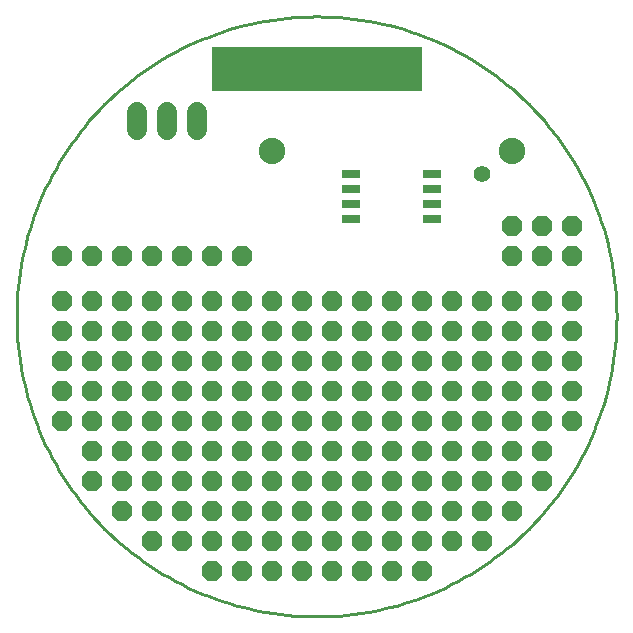
<source format=gbs>
G75*
%MOIN*%
%OFA0B0*%
%FSLAX25Y25*%
%IPPOS*%
%LPD*%
%AMOC8*
5,1,8,0,0,1.08239X$1,22.5*
%
%ADD10C,0.01000*%
%ADD11R,0.70000X0.15000*%
%ADD12C,0.08800*%
%ADD13R,0.06312X0.02769*%
%ADD14OC8,0.06800*%
%ADD15C,0.06800*%
%ADD16OC8,0.06706*%
%ADD17C,0.05550*%
D10*
X0001500Y0101500D02*
X0001530Y0103954D01*
X0001620Y0106407D01*
X0001771Y0108856D01*
X0001982Y0111302D01*
X0002252Y0113741D01*
X0002582Y0116173D01*
X0002972Y0118596D01*
X0003421Y0121009D01*
X0003930Y0123410D01*
X0004497Y0125798D01*
X0005122Y0128171D01*
X0005806Y0130528D01*
X0006547Y0132868D01*
X0007346Y0135189D01*
X0008201Y0137490D01*
X0009112Y0139768D01*
X0010079Y0142024D01*
X0011101Y0144256D01*
X0012178Y0146461D01*
X0013308Y0148640D01*
X0014491Y0150790D01*
X0015727Y0152910D01*
X0017015Y0155000D01*
X0018353Y0157057D01*
X0019742Y0159081D01*
X0021179Y0161070D01*
X0022665Y0163023D01*
X0024199Y0164939D01*
X0025779Y0166817D01*
X0027405Y0168656D01*
X0029075Y0170454D01*
X0030789Y0172211D01*
X0032546Y0173925D01*
X0034344Y0175595D01*
X0036183Y0177221D01*
X0038061Y0178801D01*
X0039977Y0180335D01*
X0041930Y0181821D01*
X0043919Y0183258D01*
X0045943Y0184647D01*
X0048000Y0185985D01*
X0050090Y0187273D01*
X0052210Y0188509D01*
X0054360Y0189692D01*
X0056539Y0190822D01*
X0058744Y0191899D01*
X0060976Y0192921D01*
X0063232Y0193888D01*
X0065510Y0194799D01*
X0067811Y0195654D01*
X0070132Y0196453D01*
X0072472Y0197194D01*
X0074829Y0197878D01*
X0077202Y0198503D01*
X0079590Y0199070D01*
X0081991Y0199579D01*
X0084404Y0200028D01*
X0086827Y0200418D01*
X0089259Y0200748D01*
X0091698Y0201018D01*
X0094144Y0201229D01*
X0096593Y0201380D01*
X0099046Y0201470D01*
X0101500Y0201500D01*
X0103954Y0201470D01*
X0106407Y0201380D01*
X0108856Y0201229D01*
X0111302Y0201018D01*
X0113741Y0200748D01*
X0116173Y0200418D01*
X0118596Y0200028D01*
X0121009Y0199579D01*
X0123410Y0199070D01*
X0125798Y0198503D01*
X0128171Y0197878D01*
X0130528Y0197194D01*
X0132868Y0196453D01*
X0135189Y0195654D01*
X0137490Y0194799D01*
X0139768Y0193888D01*
X0142024Y0192921D01*
X0144256Y0191899D01*
X0146461Y0190822D01*
X0148640Y0189692D01*
X0150790Y0188509D01*
X0152910Y0187273D01*
X0155000Y0185985D01*
X0157057Y0184647D01*
X0159081Y0183258D01*
X0161070Y0181821D01*
X0163023Y0180335D01*
X0164939Y0178801D01*
X0166817Y0177221D01*
X0168656Y0175595D01*
X0170454Y0173925D01*
X0172211Y0172211D01*
X0173925Y0170454D01*
X0175595Y0168656D01*
X0177221Y0166817D01*
X0178801Y0164939D01*
X0180335Y0163023D01*
X0181821Y0161070D01*
X0183258Y0159081D01*
X0184647Y0157057D01*
X0185985Y0155000D01*
X0187273Y0152910D01*
X0188509Y0150790D01*
X0189692Y0148640D01*
X0190822Y0146461D01*
X0191899Y0144256D01*
X0192921Y0142024D01*
X0193888Y0139768D01*
X0194799Y0137490D01*
X0195654Y0135189D01*
X0196453Y0132868D01*
X0197194Y0130528D01*
X0197878Y0128171D01*
X0198503Y0125798D01*
X0199070Y0123410D01*
X0199579Y0121009D01*
X0200028Y0118596D01*
X0200418Y0116173D01*
X0200748Y0113741D01*
X0201018Y0111302D01*
X0201229Y0108856D01*
X0201380Y0106407D01*
X0201470Y0103954D01*
X0201500Y0101500D01*
X0201470Y0099046D01*
X0201380Y0096593D01*
X0201229Y0094144D01*
X0201018Y0091698D01*
X0200748Y0089259D01*
X0200418Y0086827D01*
X0200028Y0084404D01*
X0199579Y0081991D01*
X0199070Y0079590D01*
X0198503Y0077202D01*
X0197878Y0074829D01*
X0197194Y0072472D01*
X0196453Y0070132D01*
X0195654Y0067811D01*
X0194799Y0065510D01*
X0193888Y0063232D01*
X0192921Y0060976D01*
X0191899Y0058744D01*
X0190822Y0056539D01*
X0189692Y0054360D01*
X0188509Y0052210D01*
X0187273Y0050090D01*
X0185985Y0048000D01*
X0184647Y0045943D01*
X0183258Y0043919D01*
X0181821Y0041930D01*
X0180335Y0039977D01*
X0178801Y0038061D01*
X0177221Y0036183D01*
X0175595Y0034344D01*
X0173925Y0032546D01*
X0172211Y0030789D01*
X0170454Y0029075D01*
X0168656Y0027405D01*
X0166817Y0025779D01*
X0164939Y0024199D01*
X0163023Y0022665D01*
X0161070Y0021179D01*
X0159081Y0019742D01*
X0157057Y0018353D01*
X0155000Y0017015D01*
X0152910Y0015727D01*
X0150790Y0014491D01*
X0148640Y0013308D01*
X0146461Y0012178D01*
X0144256Y0011101D01*
X0142024Y0010079D01*
X0139768Y0009112D01*
X0137490Y0008201D01*
X0135189Y0007346D01*
X0132868Y0006547D01*
X0130528Y0005806D01*
X0128171Y0005122D01*
X0125798Y0004497D01*
X0123410Y0003930D01*
X0121009Y0003421D01*
X0118596Y0002972D01*
X0116173Y0002582D01*
X0113741Y0002252D01*
X0111302Y0001982D01*
X0108856Y0001771D01*
X0106407Y0001620D01*
X0103954Y0001530D01*
X0101500Y0001500D01*
X0099046Y0001530D01*
X0096593Y0001620D01*
X0094144Y0001771D01*
X0091698Y0001982D01*
X0089259Y0002252D01*
X0086827Y0002582D01*
X0084404Y0002972D01*
X0081991Y0003421D01*
X0079590Y0003930D01*
X0077202Y0004497D01*
X0074829Y0005122D01*
X0072472Y0005806D01*
X0070132Y0006547D01*
X0067811Y0007346D01*
X0065510Y0008201D01*
X0063232Y0009112D01*
X0060976Y0010079D01*
X0058744Y0011101D01*
X0056539Y0012178D01*
X0054360Y0013308D01*
X0052210Y0014491D01*
X0050090Y0015727D01*
X0048000Y0017015D01*
X0045943Y0018353D01*
X0043919Y0019742D01*
X0041930Y0021179D01*
X0039977Y0022665D01*
X0038061Y0024199D01*
X0036183Y0025779D01*
X0034344Y0027405D01*
X0032546Y0029075D01*
X0030789Y0030789D01*
X0029075Y0032546D01*
X0027405Y0034344D01*
X0025779Y0036183D01*
X0024199Y0038061D01*
X0022665Y0039977D01*
X0021179Y0041930D01*
X0019742Y0043919D01*
X0018353Y0045943D01*
X0017015Y0048000D01*
X0015727Y0050090D01*
X0014491Y0052210D01*
X0013308Y0054360D01*
X0012178Y0056539D01*
X0011101Y0058744D01*
X0010079Y0060976D01*
X0009112Y0063232D01*
X0008201Y0065510D01*
X0007346Y0067811D01*
X0006547Y0070132D01*
X0005806Y0072472D01*
X0005122Y0074829D01*
X0004497Y0077202D01*
X0003930Y0079590D01*
X0003421Y0081991D01*
X0002972Y0084404D01*
X0002582Y0086827D01*
X0002252Y0089259D01*
X0001982Y0091698D01*
X0001771Y0094144D01*
X0001620Y0096593D01*
X0001530Y0099046D01*
X0001500Y0101500D01*
D11*
X0101500Y0184000D03*
D12*
X0086500Y0156500D03*
X0166500Y0156500D03*
D13*
X0139902Y0149000D03*
X0139902Y0144000D03*
X0139902Y0139000D03*
X0139902Y0134000D03*
X0113098Y0134000D03*
X0113098Y0138961D03*
X0113098Y0143961D03*
X0113098Y0148961D03*
D14*
X0076500Y0121500D03*
X0066500Y0121500D03*
X0056500Y0121500D03*
X0046500Y0121500D03*
X0036500Y0121500D03*
X0026500Y0121500D03*
X0016500Y0121500D03*
X0166500Y0121500D03*
X0176500Y0121500D03*
X0176500Y0131500D03*
X0166500Y0131500D03*
X0186500Y0131500D03*
X0186500Y0121500D03*
D15*
X0061500Y0163500D02*
X0061500Y0169500D01*
X0051500Y0169500D02*
X0051500Y0163500D01*
X0041500Y0163500D02*
X0041500Y0169500D01*
D16*
X0036500Y0036500D03*
X0036500Y0046500D03*
X0026500Y0046500D03*
X0026500Y0056500D03*
X0036500Y0056500D03*
X0036500Y0066500D03*
X0026500Y0066500D03*
X0026500Y0076500D03*
X0036500Y0076500D03*
X0036500Y0086500D03*
X0026500Y0086500D03*
X0026500Y0096500D03*
X0036500Y0096500D03*
X0036500Y0106500D03*
X0026500Y0106500D03*
X0016500Y0106500D03*
X0016500Y0096500D03*
X0016500Y0086500D03*
X0016500Y0076500D03*
X0016500Y0066500D03*
X0046500Y0066500D03*
X0046500Y0056500D03*
X0046500Y0046500D03*
X0046500Y0036500D03*
X0046500Y0026500D03*
X0056500Y0026500D03*
X0056500Y0036500D03*
X0056500Y0046500D03*
X0056500Y0056500D03*
X0056500Y0066500D03*
X0056500Y0076500D03*
X0056500Y0086500D03*
X0056500Y0096500D03*
X0056500Y0106500D03*
X0046500Y0106500D03*
X0046500Y0096500D03*
X0046500Y0086500D03*
X0046500Y0076500D03*
X0066500Y0076500D03*
X0066500Y0066500D03*
X0066500Y0056500D03*
X0066500Y0046500D03*
X0066500Y0036500D03*
X0066500Y0026500D03*
X0066500Y0016500D03*
X0076500Y0016500D03*
X0076500Y0026500D03*
X0076500Y0036500D03*
X0076500Y0046500D03*
X0076500Y0056500D03*
X0076500Y0066500D03*
X0076500Y0076500D03*
X0076500Y0086500D03*
X0076500Y0096500D03*
X0076500Y0106500D03*
X0066500Y0106500D03*
X0066500Y0096500D03*
X0066500Y0086500D03*
X0086500Y0086500D03*
X0086500Y0076500D03*
X0086500Y0066500D03*
X0086500Y0056500D03*
X0086500Y0046500D03*
X0086500Y0036500D03*
X0086500Y0026500D03*
X0086500Y0016500D03*
X0096500Y0016500D03*
X0096500Y0026500D03*
X0096500Y0036500D03*
X0096500Y0046500D03*
X0096500Y0056500D03*
X0096500Y0066500D03*
X0096500Y0076500D03*
X0096500Y0086500D03*
X0096500Y0096500D03*
X0096500Y0106500D03*
X0086500Y0106500D03*
X0086500Y0096500D03*
X0106500Y0096500D03*
X0106500Y0086500D03*
X0106500Y0076500D03*
X0106500Y0066500D03*
X0106500Y0056500D03*
X0106500Y0046500D03*
X0106500Y0036500D03*
X0106500Y0026500D03*
X0106500Y0016500D03*
X0116500Y0016500D03*
X0116500Y0026500D03*
X0116500Y0036500D03*
X0116500Y0046500D03*
X0116500Y0056500D03*
X0116500Y0066500D03*
X0116500Y0076500D03*
X0116500Y0086500D03*
X0116500Y0096500D03*
X0116500Y0106500D03*
X0106500Y0106500D03*
X0126500Y0106500D03*
X0126500Y0096500D03*
X0126500Y0086500D03*
X0126500Y0076500D03*
X0126500Y0066500D03*
X0126500Y0056500D03*
X0126500Y0046500D03*
X0126500Y0036500D03*
X0126500Y0026500D03*
X0126500Y0016500D03*
X0136500Y0016500D03*
X0136500Y0026500D03*
X0136500Y0036500D03*
X0136500Y0046500D03*
X0136500Y0056500D03*
X0136500Y0066500D03*
X0136500Y0076500D03*
X0136500Y0086500D03*
X0136500Y0096500D03*
X0136500Y0106500D03*
X0146500Y0106500D03*
X0146500Y0096500D03*
X0146500Y0086500D03*
X0146500Y0076500D03*
X0146500Y0066500D03*
X0146500Y0056500D03*
X0146500Y0046500D03*
X0146500Y0036500D03*
X0146500Y0026500D03*
X0156500Y0026500D03*
X0156500Y0036500D03*
X0156500Y0046500D03*
X0156500Y0056500D03*
X0156500Y0066500D03*
X0156500Y0076500D03*
X0156500Y0086500D03*
X0156500Y0096500D03*
X0156500Y0106500D03*
X0166500Y0106500D03*
X0176500Y0106500D03*
X0176500Y0096500D03*
X0166500Y0096500D03*
X0166500Y0086500D03*
X0176500Y0086500D03*
X0176500Y0076500D03*
X0166500Y0076500D03*
X0166500Y0066500D03*
X0176500Y0066500D03*
X0176500Y0056500D03*
X0166500Y0056500D03*
X0166500Y0046500D03*
X0176500Y0046500D03*
X0166500Y0036500D03*
X0186500Y0066500D03*
X0186500Y0076500D03*
X0186500Y0086500D03*
X0186500Y0096500D03*
X0186500Y0106500D03*
D17*
X0156500Y0149000D03*
M02*

</source>
